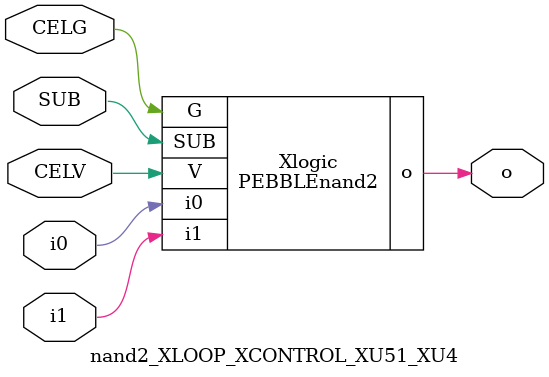
<source format=v>



module PEBBLEnand2 ( o, G, SUB, V, i0, i1 );

  input i0;
  input V;
  input i1;
  input G;
  output o;
  input SUB;
endmodule

//Celera Confidential Do Not Copy nand2_XLOOP_XCONTROL_XU51_XU4
//Celera Confidential Symbol Generator
//5V NAND2
module nand2_XLOOP_XCONTROL_XU51_XU4 (CELV,CELG,i0,i1,o,SUB);
input CELV;
input CELG;
input i0;
input i1;
input SUB;
output o;

//Celera Confidential Do Not Copy nand2
PEBBLEnand2 Xlogic(
.V (CELV),
.i0 (i0),
.i1 (i1),
.o (o),
.SUB (SUB),
.G (CELG)
);
//,diesize,PEBBLEnand2

//Celera Confidential Do Not Copy Module End
//Celera Schematic Generator
endmodule

</source>
